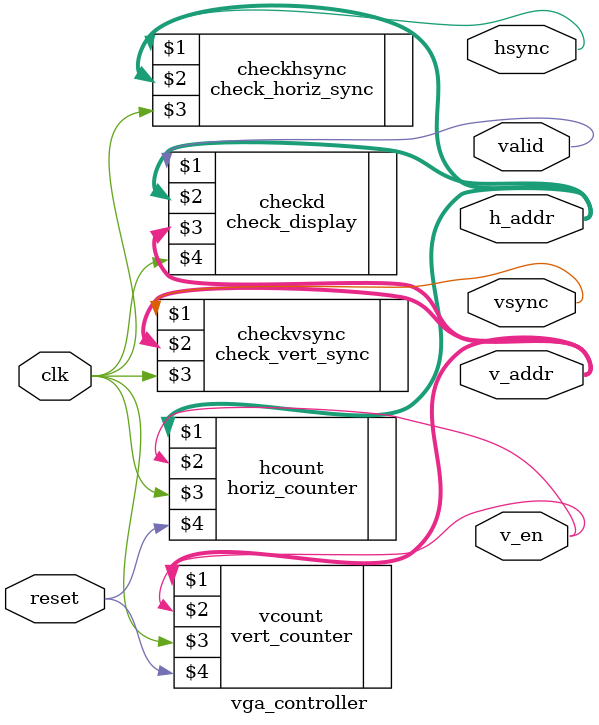
<source format=v>
module vga_controller(h_addr, v_addr, valid, vsync, hsync, v_en, reset, clk);

output [9:0] h_addr, v_addr;
output valid, vsync, hsync;
input reset, clk;
//We need a line to enable v counter or not
output v_en;

//Horizontal and vertical counters
horiz_counter hcount(h_addr, v_en, clk, reset);
vert_counter vcount(v_addr, v_en, clk, reset);

//Three comparators to check hsync, vsync, and addressable video
check_horiz_sync checkhsync(hsync, h_addr, clk);
check_vert_sync checkvsync(vsync, v_addr, clk);
check_display checkd(valid, h_addr, v_addr, clk);

endmodule
</source>
